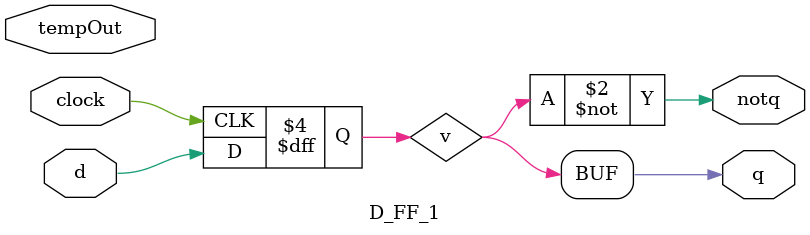
<source format=v>
`timescale 1ns / 1ps


module D_FF_1(d,clock,q,notq,tempOut);
input d,clock,tempOut;
output q,notq;
reg v;
initial v=1;
always @(posedge (clock)) begin
            v<=d;
end
assign q=v;
assign notq=~v;

endmodule
</source>
